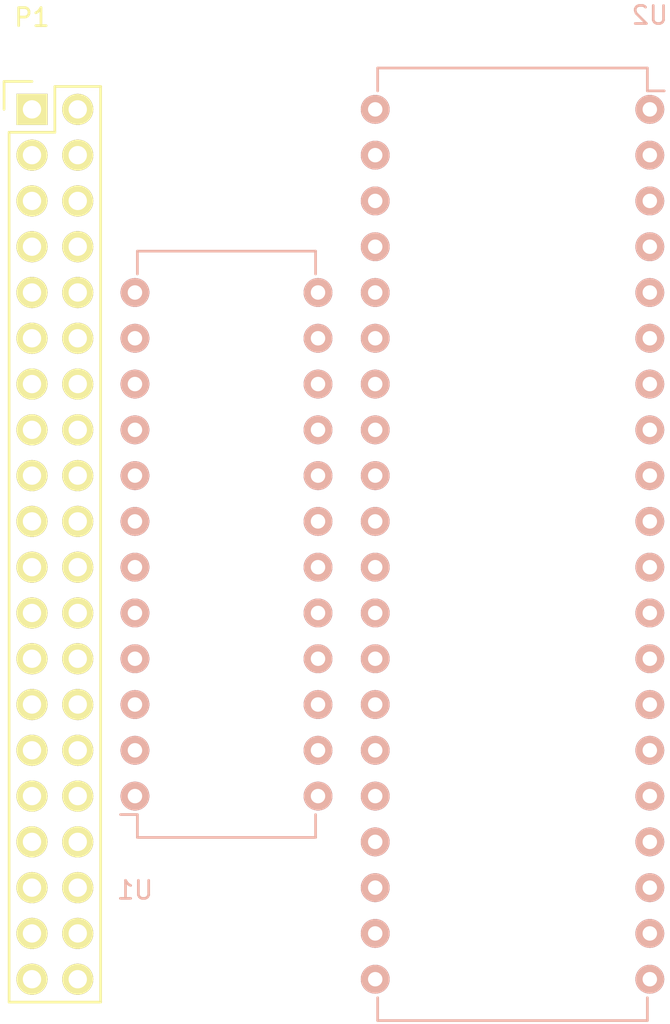
<source format=kicad_pcb>
(kicad_pcb (version 4) (host pcbnew "(after 2015-mar-04 BZR unknown)-product")

  (general
    (links 42)
    (no_connects 42)
    (area 156.951429 83.825 198.172381 141.145001)
    (thickness 1.6)
    (drawings 0)
    (tracks 0)
    (zones 0)
    (modules 3)
    (nets 63)
  )

  (page A4)
  (layers
    (0 F.Cu signal)
    (31 B.Cu signal)
    (32 B.Adhes user hide)
    (33 F.Adhes user hide)
    (34 B.Paste user hide)
    (35 F.Paste user hide)
    (36 B.SilkS user)
    (37 F.SilkS user)
    (38 B.Mask user)
    (39 F.Mask user)
    (40 Dwgs.User user)
    (41 Cmts.User user)
    (42 Eco1.User user)
    (43 Eco2.User user hide)
    (44 Edge.Cuts user hide)
    (45 Margin user hide)
    (46 B.CrtYd user hide)
    (47 F.CrtYd user hide)
    (48 B.Fab user hide)
    (49 F.Fab user hide)
  )

  (setup
    (last_trace_width 0.25)
    (trace_clearance 0.2)
    (zone_clearance 0.508)
    (zone_45_only no)
    (trace_min 0.2)
    (segment_width 0.2)
    (edge_width 0.1)
    (via_size 0.6)
    (via_drill 0.4)
    (via_min_size 0.4)
    (via_min_drill 0.3)
    (uvia_size 0.3)
    (uvia_drill 0.1)
    (uvias_allowed no)
    (uvia_min_size 0.2)
    (uvia_min_drill 0.1)
    (pcb_text_width 0.3)
    (pcb_text_size 1.5 1.5)
    (mod_edge_width 0.15)
    (mod_text_size 1 1)
    (mod_text_width 0.15)
    (pad_size 1.5 1.5)
    (pad_drill 0.6)
    (pad_to_mask_clearance 0)
    (aux_axis_origin 0 0)
    (visible_elements 7FFFFFFF)
    (pcbplotparams
      (layerselection 0x00030_80000001)
      (usegerberextensions false)
      (excludeedgelayer true)
      (linewidth 0.100000)
      (plotframeref false)
      (viasonmask false)
      (mode 1)
      (useauxorigin false)
      (hpglpennumber 1)
      (hpglpenspeed 20)
      (hpglpendiameter 15)
      (hpglpenoverlay 2)
      (psnegative false)
      (psa4output false)
      (plotreference true)
      (plotvalue true)
      (plotinvisibletext false)
      (padsonsilk false)
      (subtractmaskfromsilk false)
      (outputformat 1)
      (mirror false)
      (drillshape 1)
      (scaleselection 1)
      (outputdirectory ""))
  )

  (net 0 "")
  (net 1 "Net-(P1-Pad1)")
  (net 2 "Net-(P1-Pad2)")
  (net 3 /D2)
  (net 4 "Net-(P1-Pad4)")
  (net 5 /D3)
  (net 6 "Net-(P1-Pad6)")
  (net 7 /D4)
  (net 8 NMI)
  (net 9 "Net-(P1-Pad9)")
  (net 10 INT)
  (net 11 WAIT)
  (net 12 HALT)
  (net 13 "Net-(P1-Pad13)")
  (net 14 "Net-(P1-Pad14)")
  (net 15 IORQ)
  (net 16 BUSRQ)
  (net 17 "Net-(P1-Pad17)")
  (net 18 BUSACK)
  (net 19 "Net-(P1-Pad19)")
  (net 20 "Net-(P1-Pad20)")
  (net 21 "Net-(P1-Pad21)")
  (net 22 "Net-(P1-Pad22)")
  (net 23 "Net-(P1-Pad23)")
  (net 24 "Net-(P1-Pad24)")
  (net 25 "Net-(P1-Pad25)")
  (net 26 /D7)
  (net 27 /D0)
  (net 28 /D1)
  (net 29 /D5)
  (net 30 "Net-(P1-Pad30)")
  (net 31 /D6)
  (net 32 RESET)
  (net 33 CLK)
  (net 34 "Net-(P1-Pad34)")
  (net 35 RD)
  (net 36 M1)
  (net 37 "Net-(P1-Pad37)")
  (net 38 WR)
  (net 39 "Net-(P1-Pad39)")
  (net 40 MREQ)
  (net 41 "Net-(U1-Pad3)")
  (net 42 "Net-(U1-Pad4)")
  (net 43 /A0)
  (net 44 /A1)
  (net 45 /A2)
  (net 46 /A3)
  (net 47 /A4)
  (net 48 GND)
  (net 49 /A5)
  (net 50 /A6)
  (net 51 /A7)
  (net 52 /A8)
  (net 53 /A9)
  (net 54 /A10)
  (net 55 /A11)
  (net 56 /A12)
  (net 57 /A13)
  (net 58 /A14)
  (net 59 /A15)
  (net 60 +3V3)
  (net 61 "Net-(U2-Pad11)")
  (net 62 "Net-(U2-Pad28)")

  (net_class Default "This is the default net class."
    (clearance 0.2)
    (trace_width 0.25)
    (via_dia 0.6)
    (via_drill 0.4)
    (uvia_dia 0.3)
    (uvia_drill 0.1)
    (add_net +3V3)
    (add_net /A0)
    (add_net /A1)
    (add_net /A10)
    (add_net /A11)
    (add_net /A12)
    (add_net /A13)
    (add_net /A14)
    (add_net /A15)
    (add_net /A2)
    (add_net /A3)
    (add_net /A4)
    (add_net /A5)
    (add_net /A6)
    (add_net /A7)
    (add_net /A8)
    (add_net /A9)
    (add_net /D0)
    (add_net /D1)
    (add_net /D2)
    (add_net /D3)
    (add_net /D4)
    (add_net /D5)
    (add_net /D6)
    (add_net /D7)
    (add_net BUSACK)
    (add_net BUSRQ)
    (add_net CLK)
    (add_net GND)
    (add_net HALT)
    (add_net INT)
    (add_net IORQ)
    (add_net M1)
    (add_net MREQ)
    (add_net NMI)
    (add_net "Net-(P1-Pad1)")
    (add_net "Net-(P1-Pad13)")
    (add_net "Net-(P1-Pad14)")
    (add_net "Net-(P1-Pad17)")
    (add_net "Net-(P1-Pad19)")
    (add_net "Net-(P1-Pad2)")
    (add_net "Net-(P1-Pad20)")
    (add_net "Net-(P1-Pad21)")
    (add_net "Net-(P1-Pad22)")
    (add_net "Net-(P1-Pad23)")
    (add_net "Net-(P1-Pad24)")
    (add_net "Net-(P1-Pad25)")
    (add_net "Net-(P1-Pad30)")
    (add_net "Net-(P1-Pad34)")
    (add_net "Net-(P1-Pad37)")
    (add_net "Net-(P1-Pad39)")
    (add_net "Net-(P1-Pad4)")
    (add_net "Net-(P1-Pad6)")
    (add_net "Net-(P1-Pad9)")
    (add_net "Net-(U1-Pad3)")
    (add_net "Net-(U1-Pad4)")
    (add_net "Net-(U2-Pad11)")
    (add_net "Net-(U2-Pad28)")
    (add_net RD)
    (add_net RESET)
    (add_net WAIT)
    (add_net WR)
  )

  (module Pin_Headers:Pin_Header_Straight_2x20 (layer F.Cu) (tedit 0) (tstamp 559E16FB)
    (at 121.92 89.535)
    (descr "Through hole pin header")
    (tags "pin header")
    (path /559D4081)
    (fp_text reference P1 (at 0 -5.1) (layer F.SilkS)
      (effects (font (size 1 1) (thickness 0.15)))
    )
    (fp_text value RASPI_V2 (at 0 -3.1) (layer F.Fab)
      (effects (font (size 1 1) (thickness 0.15)))
    )
    (fp_line (start -1.75 -1.75) (end -1.75 50.05) (layer F.CrtYd) (width 0.05))
    (fp_line (start 4.3 -1.75) (end 4.3 50.05) (layer F.CrtYd) (width 0.05))
    (fp_line (start -1.75 -1.75) (end 4.3 -1.75) (layer F.CrtYd) (width 0.05))
    (fp_line (start -1.75 50.05) (end 4.3 50.05) (layer F.CrtYd) (width 0.05))
    (fp_line (start 3.81 49.53) (end 3.81 -1.27) (layer F.SilkS) (width 0.15))
    (fp_line (start -1.27 1.27) (end -1.27 49.53) (layer F.SilkS) (width 0.15))
    (fp_line (start 3.81 49.53) (end -1.27 49.53) (layer F.SilkS) (width 0.15))
    (fp_line (start 3.81 -1.27) (end 1.27 -1.27) (layer F.SilkS) (width 0.15))
    (fp_line (start 0 -1.55) (end -1.55 -1.55) (layer F.SilkS) (width 0.15))
    (fp_line (start 1.27 -1.27) (end 1.27 1.27) (layer F.SilkS) (width 0.15))
    (fp_line (start 1.27 1.27) (end -1.27 1.27) (layer F.SilkS) (width 0.15))
    (fp_line (start -1.55 -1.55) (end -1.55 0) (layer F.SilkS) (width 0.15))
    (pad 1 thru_hole rect (at 0 0) (size 1.7272 1.7272) (drill 1.016) (layers *.Cu *.Mask F.SilkS)
      (net 1 "Net-(P1-Pad1)"))
    (pad 2 thru_hole oval (at 2.54 0) (size 1.7272 1.7272) (drill 1.016) (layers *.Cu *.Mask F.SilkS)
      (net 2 "Net-(P1-Pad2)"))
    (pad 3 thru_hole oval (at 0 2.54) (size 1.7272 1.7272) (drill 1.016) (layers *.Cu *.Mask F.SilkS)
      (net 3 /D2))
    (pad 4 thru_hole oval (at 2.54 2.54) (size 1.7272 1.7272) (drill 1.016) (layers *.Cu *.Mask F.SilkS)
      (net 4 "Net-(P1-Pad4)"))
    (pad 5 thru_hole oval (at 0 5.08) (size 1.7272 1.7272) (drill 1.016) (layers *.Cu *.Mask F.SilkS)
      (net 5 /D3))
    (pad 6 thru_hole oval (at 2.54 5.08) (size 1.7272 1.7272) (drill 1.016) (layers *.Cu *.Mask F.SilkS)
      (net 6 "Net-(P1-Pad6)"))
    (pad 7 thru_hole oval (at 0 7.62) (size 1.7272 1.7272) (drill 1.016) (layers *.Cu *.Mask F.SilkS)
      (net 7 /D4))
    (pad 8 thru_hole oval (at 2.54 7.62) (size 1.7272 1.7272) (drill 1.016) (layers *.Cu *.Mask F.SilkS)
      (net 8 NMI))
    (pad 9 thru_hole oval (at 0 10.16) (size 1.7272 1.7272) (drill 1.016) (layers *.Cu *.Mask F.SilkS)
      (net 9 "Net-(P1-Pad9)"))
    (pad 10 thru_hole oval (at 2.54 10.16) (size 1.7272 1.7272) (drill 1.016) (layers *.Cu *.Mask F.SilkS)
      (net 10 INT))
    (pad 11 thru_hole oval (at 0 12.7) (size 1.7272 1.7272) (drill 1.016) (layers *.Cu *.Mask F.SilkS)
      (net 11 WAIT))
    (pad 12 thru_hole oval (at 2.54 12.7) (size 1.7272 1.7272) (drill 1.016) (layers *.Cu *.Mask F.SilkS)
      (net 12 HALT))
    (pad 13 thru_hole oval (at 0 15.24) (size 1.7272 1.7272) (drill 1.016) (layers *.Cu *.Mask F.SilkS)
      (net 13 "Net-(P1-Pad13)"))
    (pad 14 thru_hole oval (at 2.54 15.24) (size 1.7272 1.7272) (drill 1.016) (layers *.Cu *.Mask F.SilkS)
      (net 14 "Net-(P1-Pad14)"))
    (pad 15 thru_hole oval (at 0 17.78) (size 1.7272 1.7272) (drill 1.016) (layers *.Cu *.Mask F.SilkS)
      (net 15 IORQ))
    (pad 16 thru_hole oval (at 2.54 17.78) (size 1.7272 1.7272) (drill 1.016) (layers *.Cu *.Mask F.SilkS)
      (net 16 BUSRQ))
    (pad 17 thru_hole oval (at 0 20.32) (size 1.7272 1.7272) (drill 1.016) (layers *.Cu *.Mask F.SilkS)
      (net 17 "Net-(P1-Pad17)"))
    (pad 18 thru_hole oval (at 2.54 20.32) (size 1.7272 1.7272) (drill 1.016) (layers *.Cu *.Mask F.SilkS)
      (net 18 BUSACK))
    (pad 19 thru_hole oval (at 0 22.86) (size 1.7272 1.7272) (drill 1.016) (layers *.Cu *.Mask F.SilkS)
      (net 19 "Net-(P1-Pad19)"))
    (pad 20 thru_hole oval (at 2.54 22.86) (size 1.7272 1.7272) (drill 1.016) (layers *.Cu *.Mask F.SilkS)
      (net 20 "Net-(P1-Pad20)"))
    (pad 21 thru_hole oval (at 0 25.4) (size 1.7272 1.7272) (drill 1.016) (layers *.Cu *.Mask F.SilkS)
      (net 21 "Net-(P1-Pad21)"))
    (pad 22 thru_hole oval (at 2.54 25.4) (size 1.7272 1.7272) (drill 1.016) (layers *.Cu *.Mask F.SilkS)
      (net 22 "Net-(P1-Pad22)"))
    (pad 23 thru_hole oval (at 0 27.94) (size 1.7272 1.7272) (drill 1.016) (layers *.Cu *.Mask F.SilkS)
      (net 23 "Net-(P1-Pad23)"))
    (pad 24 thru_hole oval (at 2.54 27.94) (size 1.7272 1.7272) (drill 1.016) (layers *.Cu *.Mask F.SilkS)
      (net 24 "Net-(P1-Pad24)"))
    (pad 25 thru_hole oval (at 0 30.48) (size 1.7272 1.7272) (drill 1.016) (layers *.Cu *.Mask F.SilkS)
      (net 25 "Net-(P1-Pad25)"))
    (pad 26 thru_hole oval (at 2.54 30.48) (size 1.7272 1.7272) (drill 1.016) (layers *.Cu *.Mask F.SilkS)
      (net 26 /D7))
    (pad 27 thru_hole oval (at 0 33.02) (size 1.7272 1.7272) (drill 1.016) (layers *.Cu *.Mask F.SilkS)
      (net 27 /D0))
    (pad 28 thru_hole oval (at 2.54 33.02) (size 1.7272 1.7272) (drill 1.016) (layers *.Cu *.Mask F.SilkS)
      (net 28 /D1))
    (pad 29 thru_hole oval (at 0 35.56) (size 1.7272 1.7272) (drill 1.016) (layers *.Cu *.Mask F.SilkS)
      (net 29 /D5))
    (pad 30 thru_hole oval (at 2.54 35.56) (size 1.7272 1.7272) (drill 1.016) (layers *.Cu *.Mask F.SilkS)
      (net 30 "Net-(P1-Pad30)"))
    (pad 31 thru_hole oval (at 0 38.1) (size 1.7272 1.7272) (drill 1.016) (layers *.Cu *.Mask F.SilkS)
      (net 31 /D6))
    (pad 32 thru_hole oval (at 2.54 38.1) (size 1.7272 1.7272) (drill 1.016) (layers *.Cu *.Mask F.SilkS)
      (net 32 RESET))
    (pad 33 thru_hole oval (at 0 40.64) (size 1.7272 1.7272) (drill 1.016) (layers *.Cu *.Mask F.SilkS)
      (net 33 CLK))
    (pad 34 thru_hole oval (at 2.54 40.64) (size 1.7272 1.7272) (drill 1.016) (layers *.Cu *.Mask F.SilkS)
      (net 34 "Net-(P1-Pad34)"))
    (pad 35 thru_hole oval (at 0 43.18) (size 1.7272 1.7272) (drill 1.016) (layers *.Cu *.Mask F.SilkS)
      (net 35 RD))
    (pad 36 thru_hole oval (at 2.54 43.18) (size 1.7272 1.7272) (drill 1.016) (layers *.Cu *.Mask F.SilkS)
      (net 36 M1))
    (pad 37 thru_hole oval (at 0 45.72) (size 1.7272 1.7272) (drill 1.016) (layers *.Cu *.Mask F.SilkS)
      (net 37 "Net-(P1-Pad37)"))
    (pad 38 thru_hole oval (at 2.54 45.72) (size 1.7272 1.7272) (drill 1.016) (layers *.Cu *.Mask F.SilkS)
      (net 38 WR))
    (pad 39 thru_hole oval (at 0 48.26) (size 1.7272 1.7272) (drill 1.016) (layers *.Cu *.Mask F.SilkS)
      (net 39 "Net-(P1-Pad39)"))
    (pad 40 thru_hole oval (at 2.54 48.26) (size 1.7272 1.7272) (drill 1.016) (layers *.Cu *.Mask F.SilkS)
      (net 40 MREQ))
    (model Pin_Headers.3dshapes/Pin_Header_Straight_2x20.wrl
      (at (xyz 0.05 -0.95 0))
      (scale (xyz 1 1 1))
      (rotate (xyz 0 0 90))
    )
  )

  (module Housings_DIP:DIP-40_W15.24mm (layer B.Cu) (tedit 54130A77) (tstamp 559E1769)
    (at 156.21 89.535 180)
    (descr "40-lead dip package, row spacing 15.24 mm (600 mils)")
    (tags "dil dip 2.54 600")
    (path /559D4282)
    (fp_text reference U2 (at 0 5.22 180) (layer B.SilkS)
      (effects (font (size 1 1) (thickness 0.15)) (justify mirror))
    )
    (fp_text value Z80CPU (at 0 3.72 180) (layer B.Fab)
      (effects (font (size 1 1) (thickness 0.15)) (justify mirror))
    )
    (fp_line (start -1.05 2.45) (end -1.05 -50.75) (layer B.CrtYd) (width 0.05))
    (fp_line (start 16.3 2.45) (end 16.3 -50.75) (layer B.CrtYd) (width 0.05))
    (fp_line (start -1.05 2.45) (end 16.3 2.45) (layer B.CrtYd) (width 0.05))
    (fp_line (start -1.05 -50.75) (end 16.3 -50.75) (layer B.CrtYd) (width 0.05))
    (fp_line (start 0.135 2.295) (end 0.135 1.025) (layer B.SilkS) (width 0.15))
    (fp_line (start 15.105 2.295) (end 15.105 1.025) (layer B.SilkS) (width 0.15))
    (fp_line (start 15.105 -50.555) (end 15.105 -49.285) (layer B.SilkS) (width 0.15))
    (fp_line (start 0.135 -50.555) (end 0.135 -49.285) (layer B.SilkS) (width 0.15))
    (fp_line (start 0.135 2.295) (end 15.105 2.295) (layer B.SilkS) (width 0.15))
    (fp_line (start 0.135 -50.555) (end 15.105 -50.555) (layer B.SilkS) (width 0.15))
    (fp_line (start 0.135 1.025) (end -0.8 1.025) (layer B.SilkS) (width 0.15))
    (pad 1 thru_hole oval (at 0 0 180) (size 1.6 1.6) (drill 0.8) (layers *.Cu *.Mask B.SilkS)
      (net 55 /A11))
    (pad 2 thru_hole oval (at 0 -2.54 180) (size 1.6 1.6) (drill 0.8) (layers *.Cu *.Mask B.SilkS)
      (net 56 /A12))
    (pad 3 thru_hole oval (at 0 -5.08 180) (size 1.6 1.6) (drill 0.8) (layers *.Cu *.Mask B.SilkS)
      (net 57 /A13))
    (pad 4 thru_hole oval (at 0 -7.62 180) (size 1.6 1.6) (drill 0.8) (layers *.Cu *.Mask B.SilkS)
      (net 58 /A14))
    (pad 5 thru_hole oval (at 0 -10.16 180) (size 1.6 1.6) (drill 0.8) (layers *.Cu *.Mask B.SilkS)
      (net 59 /A15))
    (pad 6 thru_hole oval (at 0 -12.7 180) (size 1.6 1.6) (drill 0.8) (layers *.Cu *.Mask B.SilkS)
      (net 33 CLK))
    (pad 7 thru_hole oval (at 0 -15.24 180) (size 1.6 1.6) (drill 0.8) (layers *.Cu *.Mask B.SilkS)
      (net 7 /D4))
    (pad 8 thru_hole oval (at 0 -17.78 180) (size 1.6 1.6) (drill 0.8) (layers *.Cu *.Mask B.SilkS)
      (net 5 /D3))
    (pad 9 thru_hole oval (at 0 -20.32 180) (size 1.6 1.6) (drill 0.8) (layers *.Cu *.Mask B.SilkS)
      (net 29 /D5))
    (pad 10 thru_hole oval (at 0 -22.86 180) (size 1.6 1.6) (drill 0.8) (layers *.Cu *.Mask B.SilkS)
      (net 31 /D6))
    (pad 11 thru_hole oval (at 0 -25.4 180) (size 1.6 1.6) (drill 0.8) (layers *.Cu *.Mask B.SilkS)
      (net 61 "Net-(U2-Pad11)"))
    (pad 12 thru_hole oval (at 0 -27.94 180) (size 1.6 1.6) (drill 0.8) (layers *.Cu *.Mask B.SilkS)
      (net 3 /D2))
    (pad 13 thru_hole oval (at 0 -30.48 180) (size 1.6 1.6) (drill 0.8) (layers *.Cu *.Mask B.SilkS)
      (net 26 /D7))
    (pad 14 thru_hole oval (at 0 -33.02 180) (size 1.6 1.6) (drill 0.8) (layers *.Cu *.Mask B.SilkS)
      (net 27 /D0))
    (pad 15 thru_hole oval (at 0 -35.56 180) (size 1.6 1.6) (drill 0.8) (layers *.Cu *.Mask B.SilkS)
      (net 28 /D1))
    (pad 16 thru_hole oval (at 0 -38.1 180) (size 1.6 1.6) (drill 0.8) (layers *.Cu *.Mask B.SilkS)
      (net 10 INT))
    (pad 17 thru_hole oval (at 0 -40.64 180) (size 1.6 1.6) (drill 0.8) (layers *.Cu *.Mask B.SilkS)
      (net 8 NMI))
    (pad 18 thru_hole oval (at 0 -43.18 180) (size 1.6 1.6) (drill 0.8) (layers *.Cu *.Mask B.SilkS)
      (net 12 HALT))
    (pad 19 thru_hole oval (at 0 -45.72 180) (size 1.6 1.6) (drill 0.8) (layers *.Cu *.Mask B.SilkS)
      (net 40 MREQ))
    (pad 20 thru_hole oval (at 0 -48.26 180) (size 1.6 1.6) (drill 0.8) (layers *.Cu *.Mask B.SilkS)
      (net 15 IORQ))
    (pad 21 thru_hole oval (at 15.24 -48.26 180) (size 1.6 1.6) (drill 0.8) (layers *.Cu *.Mask B.SilkS)
      (net 35 RD))
    (pad 22 thru_hole oval (at 15.24 -45.72 180) (size 1.6 1.6) (drill 0.8) (layers *.Cu *.Mask B.SilkS)
      (net 38 WR))
    (pad 23 thru_hole oval (at 15.24 -43.18 180) (size 1.6 1.6) (drill 0.8) (layers *.Cu *.Mask B.SilkS)
      (net 18 BUSACK))
    (pad 24 thru_hole oval (at 15.24 -40.64 180) (size 1.6 1.6) (drill 0.8) (layers *.Cu *.Mask B.SilkS)
      (net 11 WAIT))
    (pad 25 thru_hole oval (at 15.24 -38.1 180) (size 1.6 1.6) (drill 0.8) (layers *.Cu *.Mask B.SilkS)
      (net 16 BUSRQ))
    (pad 26 thru_hole oval (at 15.24 -35.56 180) (size 1.6 1.6) (drill 0.8) (layers *.Cu *.Mask B.SilkS)
      (net 32 RESET))
    (pad 27 thru_hole oval (at 15.24 -33.02 180) (size 1.6 1.6) (drill 0.8) (layers *.Cu *.Mask B.SilkS)
      (net 36 M1))
    (pad 28 thru_hole oval (at 15.24 -30.48 180) (size 1.6 1.6) (drill 0.8) (layers *.Cu *.Mask B.SilkS)
      (net 62 "Net-(U2-Pad28)"))
    (pad 29 thru_hole oval (at 15.24 -27.94 180) (size 1.6 1.6) (drill 0.8) (layers *.Cu *.Mask B.SilkS)
      (net 48 GND))
    (pad 30 thru_hole oval (at 15.24 -25.4 180) (size 1.6 1.6) (drill 0.8) (layers *.Cu *.Mask B.SilkS)
      (net 43 /A0))
    (pad 31 thru_hole oval (at 15.24 -22.86 180) (size 1.6 1.6) (drill 0.8) (layers *.Cu *.Mask B.SilkS)
      (net 44 /A1))
    (pad 32 thru_hole oval (at 15.24 -20.32 180) (size 1.6 1.6) (drill 0.8) (layers *.Cu *.Mask B.SilkS)
      (net 45 /A2))
    (pad 33 thru_hole oval (at 15.24 -17.78 180) (size 1.6 1.6) (drill 0.8) (layers *.Cu *.Mask B.SilkS)
      (net 46 /A3))
    (pad 34 thru_hole oval (at 15.24 -15.24 180) (size 1.6 1.6) (drill 0.8) (layers *.Cu *.Mask B.SilkS)
      (net 47 /A4))
    (pad 35 thru_hole oval (at 15.24 -12.7 180) (size 1.6 1.6) (drill 0.8) (layers *.Cu *.Mask B.SilkS)
      (net 49 /A5))
    (pad 36 thru_hole oval (at 15.24 -10.16 180) (size 1.6 1.6) (drill 0.8) (layers *.Cu *.Mask B.SilkS)
      (net 50 /A6))
    (pad 37 thru_hole oval (at 15.24 -7.62 180) (size 1.6 1.6) (drill 0.8) (layers *.Cu *.Mask B.SilkS)
      (net 51 /A7))
    (pad 38 thru_hole oval (at 15.24 -5.08 180) (size 1.6 1.6) (drill 0.8) (layers *.Cu *.Mask B.SilkS)
      (net 52 /A8))
    (pad 39 thru_hole oval (at 15.24 -2.54 180) (size 1.6 1.6) (drill 0.8) (layers *.Cu *.Mask B.SilkS)
      (net 53 /A9))
    (pad 40 thru_hole oval (at 15.24 0 180) (size 1.6 1.6) (drill 0.8) (layers *.Cu *.Mask B.SilkS)
      (net 54 /A10))
    (model Housings_DIP.3dshapes/DIP-40_W15.24mm.wrl
      (at (xyz 0 0 0))
      (scale (xyz 1 1 1))
      (rotate (xyz 0 0 0))
    )
  )

  (module Housings_DIP:DIP-24_W10.16mm (layer B.Cu) (tedit 54130A77) (tstamp 559E1C1C)
    (at 127.635 127.635)
    (descr "24-lead dip package, row spacing 10.16 mm (400 mils)")
    (tags "dil dip 2.54 400")
    (path /559D42F5)
    (fp_text reference U1 (at 0 5.22) (layer B.SilkS)
      (effects (font (size 1 1) (thickness 0.15)) (justify mirror))
    )
    (fp_text value 74F676 (at 0 3.72) (layer B.Fab)
      (effects (font (size 1 1) (thickness 0.15)) (justify mirror))
    )
    (fp_line (start -1.05 2.45) (end -1.05 -30.4) (layer B.CrtYd) (width 0.05))
    (fp_line (start 11.2 2.45) (end 11.2 -30.4) (layer B.CrtYd) (width 0.05))
    (fp_line (start -1.05 2.45) (end 11.2 2.45) (layer B.CrtYd) (width 0.05))
    (fp_line (start -1.05 -30.4) (end 11.2 -30.4) (layer B.CrtYd) (width 0.05))
    (fp_line (start 0.135 2.295) (end 0.135 1.025) (layer B.SilkS) (width 0.15))
    (fp_line (start 10.025 2.295) (end 10.025 1.025) (layer B.SilkS) (width 0.15))
    (fp_line (start 10.025 -30.235) (end 10.025 -28.965) (layer B.SilkS) (width 0.15))
    (fp_line (start 0.135 -30.235) (end 0.135 -28.965) (layer B.SilkS) (width 0.15))
    (fp_line (start 0.135 2.295) (end 10.025 2.295) (layer B.SilkS) (width 0.15))
    (fp_line (start 0.135 -30.235) (end 10.025 -30.235) (layer B.SilkS) (width 0.15))
    (fp_line (start 0.135 1.025) (end -0.8 1.025) (layer B.SilkS) (width 0.15))
    (pad 1 thru_hole oval (at 0 0) (size 1.6 1.6) (drill 0.8) (layers *.Cu *.Mask B.SilkS)
      (net 24 "Net-(P1-Pad24)"))
    (pad 2 thru_hole oval (at 0 -2.54) (size 1.6 1.6) (drill 0.8) (layers *.Cu *.Mask B.SilkS)
      (net 21 "Net-(P1-Pad21)"))
    (pad 3 thru_hole oval (at 0 -5.08) (size 1.6 1.6) (drill 0.8) (layers *.Cu *.Mask B.SilkS)
      (net 41 "Net-(U1-Pad3)"))
    (pad 4 thru_hole oval (at 0 -7.62) (size 1.6 1.6) (drill 0.8) (layers *.Cu *.Mask B.SilkS)
      (net 42 "Net-(U1-Pad4)"))
    (pad 5 thru_hole oval (at 0 -10.16) (size 1.6 1.6) (drill 0.8) (layers *.Cu *.Mask B.SilkS)
      (net 19 "Net-(P1-Pad19)"))
    (pad 6 thru_hole oval (at 0 -12.7) (size 1.6 1.6) (drill 0.8) (layers *.Cu *.Mask B.SilkS)
      (net 23 "Net-(P1-Pad23)"))
    (pad 7 thru_hole oval (at 0 -15.24) (size 1.6 1.6) (drill 0.8) (layers *.Cu *.Mask B.SilkS)
      (net 43 /A0))
    (pad 8 thru_hole oval (at 0 -17.78) (size 1.6 1.6) (drill 0.8) (layers *.Cu *.Mask B.SilkS)
      (net 44 /A1))
    (pad 9 thru_hole oval (at 0 -20.32) (size 1.6 1.6) (drill 0.8) (layers *.Cu *.Mask B.SilkS)
      (net 45 /A2))
    (pad 10 thru_hole oval (at 0 -22.86) (size 1.6 1.6) (drill 0.8) (layers *.Cu *.Mask B.SilkS)
      (net 46 /A3))
    (pad 11 thru_hole oval (at 0 -25.4) (size 1.6 1.6) (drill 0.8) (layers *.Cu *.Mask B.SilkS)
      (net 47 /A4))
    (pad 12 thru_hole oval (at 0 -27.94) (size 1.6 1.6) (drill 0.8) (layers *.Cu *.Mask B.SilkS)
      (net 48 GND))
    (pad 13 thru_hole oval (at 10.16 -27.94) (size 1.6 1.6) (drill 0.8) (layers *.Cu *.Mask B.SilkS)
      (net 49 /A5))
    (pad 14 thru_hole oval (at 10.16 -25.4) (size 1.6 1.6) (drill 0.8) (layers *.Cu *.Mask B.SilkS)
      (net 50 /A6))
    (pad 15 thru_hole oval (at 10.16 -22.86) (size 1.6 1.6) (drill 0.8) (layers *.Cu *.Mask B.SilkS)
      (net 51 /A7))
    (pad 16 thru_hole oval (at 10.16 -20.32) (size 1.6 1.6) (drill 0.8) (layers *.Cu *.Mask B.SilkS)
      (net 52 /A8))
    (pad 17 thru_hole oval (at 10.16 -17.78) (size 1.6 1.6) (drill 0.8) (layers *.Cu *.Mask B.SilkS)
      (net 53 /A9))
    (pad 18 thru_hole oval (at 10.16 -15.24) (size 1.6 1.6) (drill 0.8) (layers *.Cu *.Mask B.SilkS)
      (net 54 /A10))
    (pad 19 thru_hole oval (at 10.16 -12.7) (size 1.6 1.6) (drill 0.8) (layers *.Cu *.Mask B.SilkS)
      (net 55 /A11))
    (pad 20 thru_hole oval (at 10.16 -10.16) (size 1.6 1.6) (drill 0.8) (layers *.Cu *.Mask B.SilkS)
      (net 56 /A12))
    (pad 21 thru_hole oval (at 10.16 -7.62) (size 1.6 1.6) (drill 0.8) (layers *.Cu *.Mask B.SilkS)
      (net 57 /A13))
    (pad 22 thru_hole oval (at 10.16 -5.08) (size 1.6 1.6) (drill 0.8) (layers *.Cu *.Mask B.SilkS)
      (net 58 /A14))
    (pad 23 thru_hole oval (at 10.16 -2.54) (size 1.6 1.6) (drill 0.8) (layers *.Cu *.Mask B.SilkS)
      (net 59 /A15))
    (pad 24 thru_hole oval (at 10.16 0) (size 1.6 1.6) (drill 0.8) (layers *.Cu *.Mask B.SilkS)
      (net 60 +3V3))
    (model Housings_DIP.3dshapes/DIP-24_W10.16mm.wrl
      (at (xyz 0 0 0))
      (scale (xyz 1 1 1))
      (rotate (xyz 0 0 0))
    )
  )

)

</source>
